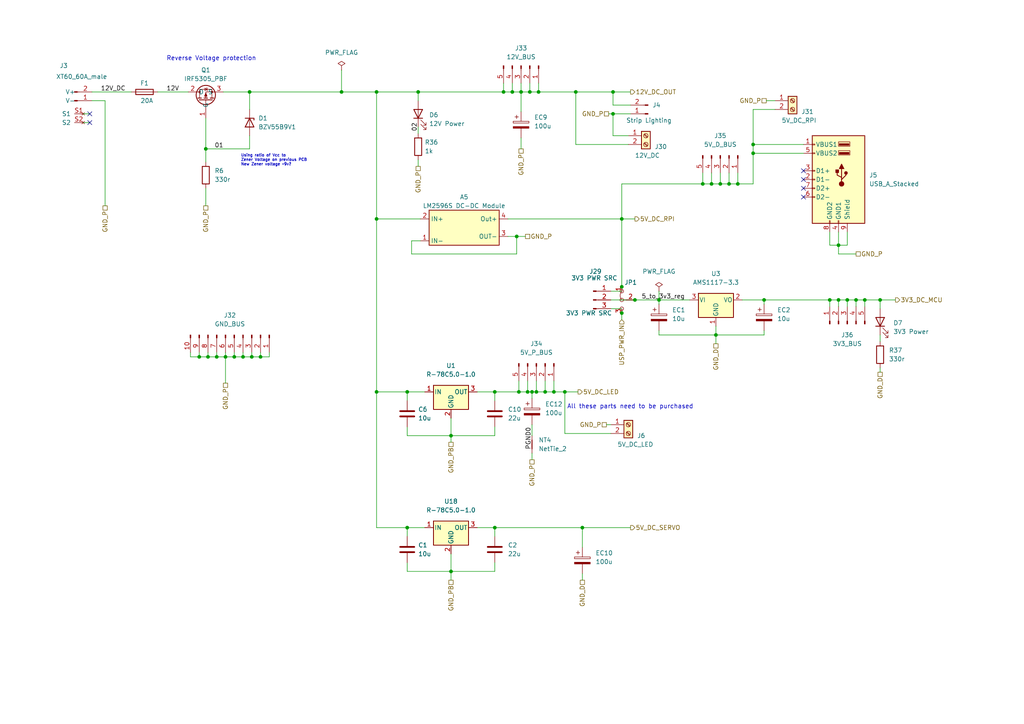
<source format=kicad_sch>
(kicad_sch (version 20230121) (generator eeschema)
  (paper "A4")
  (lib_symbols
    (symbol "000_Capacitor_Electrolytic_Immo:100u" (pin_numbers hide) (pin_names (offset 0.254))
      (property "Reference" "EC" (at 0.635 2.54 0))
      (property "Value" "100u" (at 0.635 -2.54 0))
      (symbol "100u_0_1"
        (rectangle (start -2.286 0.508) (end 2.286 1.016))
        (polyline (pts (xy -1.778 2.286) (xy -0.762 2.286)))
        (polyline (pts (xy -1.27 2.794) (xy -1.27 1.778)))
        (rectangle (start 2.286 -0.508) (end -2.286 -1.016) (fill (type outline)))
      )
      (symbol "100u_1_1"
        (pin passive line (at 0 3.81 270) (length 2.794) (name "~") (number "1"))
        (pin passive line (at 0 -3.81 90) (length 2.794) (name "~") (number "2"))
      )
    )
    (symbol "000_Capacitor_Electrolytic_Immo:22u" (pin_numbers hide) (pin_names (offset 0.254))
      (property "Reference" "EC" (at 0.635 2.54 0))
      (property "Value" "22u" (at 0.635 -2.54 0))
      (symbol "22u_0_1"
        (rectangle (start -2.286 0.508) (end 2.286 1.016))
        (polyline (pts (xy -1.778 2.286) (xy -0.762 2.286)))
        (polyline (pts (xy -1.27 2.794) (xy -1.27 1.778)))
        (rectangle (start 2.286 -0.508) (end -2.286 -1.016) (fill (type outline)))
      )
      (symbol "22u_1_1"
        (pin passive line (at 0 3.81 270) (length 2.794) (name "~") (number "1"))
        (pin passive line (at 0 -3.81 90) (length 2.794) (name "~") (number "2"))
      )
    )
    (symbol "000_Capacitor_Film_Immo:cap_film_0805" (pin_numbers hide) (pin_names (offset 0.254))
      (property "Reference" "C" (at 0.635 2.54 0))
      (property "Value" "cap_film_0805" (at 0.635 -2.54 0))
      (symbol "cap_film_0805_0_1"
        (polyline (pts (xy -2.032 -0.762) (xy 2.032 -0.762)) (stroke (width 0.508)))
        (polyline (pts (xy -2.032 0.762) (xy 2.032 0.762)) (stroke (width 0.508)))
      )
      (symbol "cap_film_0805_1_1"
        (pin passive line (at 0 3.81 270) (length 2.794) (name "~") (number "1"))
        (pin passive line (at 0 -3.81 90) (length 2.794) (name "~") (number "2"))
      )
    )
    (symbol "000_Connectors_Immo:2pin_molex_2.54mm_male" (pin_names (offset 1.016) hide)
      (property "Reference" "J" (at 0 2.54 0))
      (property "Value" "2pin_molex_2.54mm_male" (at 0 -5.08 0))
      (symbol "2pin_molex_2.54mm_male_1_1"
        (polyline (pts (xy 1.27 -2.54) (xy 0.8636 -2.54)) (stroke (width 0.1524)))
        (polyline (pts (xy 1.27 0) (xy 0.8636 0)) (stroke (width 0.1524)))
        (rectangle (start 0.8636 -2.413) (end 0 -2.667) (stroke (width 0.1524)) (fill (type outline)))
        (rectangle (start 0.8636 0.127) (end 0 -0.127) (stroke (width 0.1524)) (fill (type outline)))
        (pin passive line (at 5.08 0 180) (length 3.81) (name "Pin_1") (number "1"))
        (pin passive line (at 5.08 -2.54 180) (length 3.81) (name "Pin_2") (number "2"))
      )
    )
    (symbol "000_Connectors_Immo:Jumper_3_Bridged12" (pin_names (offset 0) hide)
      (property "Reference" "JP" (at -2.54 -2.54 0))
      (property "Value" "Jumper_3_Bridged12" (at 0 2.794 0))
      (symbol "Jumper_3_Bridged12_0_0"
        (circle (center -2.54 0) (radius 0.508))
        (circle (center 0 0) (radius 0.508))
        (circle (center 2.54 0) (radius 0.508))
      )
      (symbol "Jumper_3_Bridged12_0_1"
        (arc (start 0 -0.0807) (mid -1.27 0.4699) (end -2.54 -0.0807))
        (polyline (pts (xy 0 -1.27) (xy 0 -0.508)))
      )
      (symbol "Jumper_3_Bridged12_1_1"
        (pin passive line (at -3.81 0 0) (length 1.27) (name "A") (number "1"))
        (pin input line (at 0 -3.81 90) (length 2.54) (name "C") (number "2"))
        (pin passive line (at 3.81 0 180) (length 1.27) (name "B") (number "3"))
      )
    )
    (symbol "000_Connectors_Immo:XT60_60A_male" (pin_names (offset 1.016))
      (property "Reference" "J?" (at -0.635 6.985 0))
      (property "Value" "XT60_60A_male" (at 10.795 3.81 0))
      (symbol "XT60_60A_male_1_1"
        (rectangle (start 0 -1.778) (end 0.8636 -2.032) (stroke (width 0.1524)) (fill (type outline)))
        (polyline (pts (xy 1.27 -1.905) (xy 0.8636 -1.905)) (stroke (width 0.1524)))
        (polyline (pts (xy 1.27 0.635) (xy 0.8636 0.635)) (stroke (width 0.1524)))
        (rectangle (start 0 0.762) (end 0.8636 0.508) (stroke (width 0.1524)) (fill (type outline)))
        (pin passive line (at 5.08 -1.905 180) (length 3.81) (name "V-") (number "1"))
        (pin passive line (at 5.08 0.635 180) (length 3.81) (name "V+") (number "2"))
        (pin no_connect line (at 2.54 -5.715 180) (length 2.54) (name "S1") (number "S1"))
        (pin no_connect line (at 2.54 -8.255 180) (length 2.54) (name "S2") (number "S2"))
      )
    )
    (symbol "000_MOSFET_Immo:IRF5305_PBF"
      (property "Reference" "Q?" (at 0 10.16 90))
      (property "Value" "IRF5305_PBF" (at 5.08 8.89 90))
      (symbol "IRF5305_PBF_0_1"
        (polyline (pts (xy 0.254 0) (xy -2.54 0)))
        (polyline (pts (xy 0.254 1.905) (xy 0.254 -1.905)) (stroke (width 0.254)))
        (polyline (pts (xy 0.762 -1.27) (xy 0.762 -2.286)) (stroke (width 0.254)))
        (polyline (pts (xy 0.762 0.508) (xy 0.762 -0.508)) (stroke (width 0.254)))
        (polyline (pts (xy 0.762 2.286) (xy 0.762 1.27)) (stroke (width 0.254)))
        (polyline (pts (xy 2.54 2.54) (xy 2.54 1.778)))
        (polyline (pts (xy 2.54 -2.54) (xy 2.54 0) (xy 0.762 0)))
        (polyline (pts (xy 0.762 1.778) (xy 3.302 1.778) (xy 3.302 -1.778) (xy 0.762 -1.778)))
        (polyline (pts (xy 2.286 0) (xy 1.27 0.381) (xy 1.27 -0.381) (xy 2.286 0)) (fill (type outline)))
        (polyline (pts (xy 2.794 -0.508) (xy 2.921 -0.381) (xy 3.683 -0.381) (xy 3.81 -0.254)))
        (polyline (pts (xy 3.302 -0.381) (xy 2.921 0.254) (xy 3.683 0.254) (xy 3.302 -0.381)))
        (circle (center 1.651 0) (radius 2.794) (stroke (width 0.254)))
        (circle (center 2.54 -1.778) (radius 0.254) (fill (type outline)))
        (circle (center 2.54 1.778) (radius 0.254) (fill (type outline)))
      )
      (symbol "IRF5305_PBF_1_1"
        (pin input line (at -5.08 0 0) (length 2.54) (name "G") (number "1"))
        (pin passive line (at 2.54 5.08 270) (length 2.54) (name "D") (number "2"))
        (pin passive line (at 2.54 -5.08 90) (length 2.54) (name "S") (number "3"))
      )
    )
    (symbol "000_Modules_Immo:LM2596S DC-DC Module"
      (property "Reference" "A" (at -10.16 8.89 0))
      (property "Value" "LM2596S DC-DC Module" (at -10.16 6.35 0))
      (symbol "LM2596S DC-DC Module_0_1"
        (rectangle (start -10.16 5.08) (end 10.16 -5.08) (stroke (width 0.254)) (fill (type background)))
      )
      (symbol "LM2596S DC-DC Module_1_1"
        (pin power_in line (at -12.7 -3.81 0) (length 2.54) (name "IN-") (number "1"))
        (pin power_in line (at -12.7 2.54 0) (length 2.54) (name "IN+") (number "2"))
        (pin power_out line (at 12.7 -2.54 180) (length 2.54) (name "OUT-") (number "3"))
        (pin power_out line (at 12.7 2.54 180) (length 2.54) (name "Out+") (number "4"))
      )
    )
    (symbol "000_Pin_Headers_Immo:Conn_01x05_Male" (pin_names (offset 1.016) hide)
      (property "Reference" "J" (at 0 7.62 0))
      (property "Value" "Conn_01x05_Male" (at 0 -7.62 0))
      (symbol "Conn_01x05_Male_1_1"
        (polyline (pts (xy 1.27 -5.08) (xy 0.8636 -5.08)) (stroke (width 0.1524)))
        (polyline (pts (xy 1.27 -2.54) (xy 0.8636 -2.54)) (stroke (width 0.1524)))
        (polyline (pts (xy 1.27 0) (xy 0.8636 0)) (stroke (width 0.1524)))
        (polyline (pts (xy 1.27 2.54) (xy 0.8636 2.54)) (stroke (width 0.1524)))
        (polyline (pts (xy 1.27 5.08) (xy 0.8636 5.08)) (stroke (width 0.1524)))
        (rectangle (start 0.8636 -4.953) (end 0 -5.207) (stroke (width 0.1524)) (fill (type outline)))
        (rectangle (start 0.8636 -2.413) (end 0 -2.667) (stroke (width 0.1524)) (fill (type outline)))
        (rectangle (start 0.8636 0.127) (end 0 -0.127) (stroke (width 0.1524)) (fill (type outline)))
        (rectangle (start 0.8636 2.667) (end 0 2.413) (stroke (width 0.1524)) (fill (type outline)))
        (rectangle (start 0.8636 5.207) (end 0 4.953) (stroke (width 0.1524)) (fill (type outline)))
        (pin passive line (at 5.08 5.08 180) (length 3.81) (name "Pin_1") (number "1"))
        (pin passive line (at 5.08 2.54 180) (length 3.81) (name "Pin_2") (number "2"))
        (pin passive line (at 5.08 0 180) (length 3.81) (name "Pin_3") (number "3"))
        (pin passive line (at 5.08 -2.54 180) (length 3.81) (name "Pin_4") (number "4"))
        (pin passive line (at 5.08 -5.08 180) (length 3.81) (name "Pin_5") (number "5"))
      )
    )
    (symbol "000_Protection_Immo:Fuse" (pin_numbers hide) (pin_names (offset 0))
      (property "Reference" "F" (at 2.032 0 90))
      (property "Value" "Fuse" (at -1.905 0 90))
      (symbol "Fuse_0_1"
        (rectangle (start -0.762 -2.54) (end 0.762 2.54) (stroke (width 0.254)))
        (polyline (pts (xy 0 2.54) (xy 0 -2.54)))
      )
      (symbol "Fuse_1_1"
        (pin passive line (at 0 3.81 270) (length 1.27) (name "~") (number "1"))
        (pin passive line (at 0 -3.81 90) (length 1.27) (name "~") (number "2"))
      )
    )
    (symbol "000_Resistors_Immo:Resistor_0805" (pin_numbers hide) (pin_names (offset 0))
      (property "Reference" "R?" (at -2.54 3.81 0))
      (property "Value" "Resistor_0805" (at -5.08 2.54 0))
      (symbol "Resistor_0805_0_1"
        (rectangle (start 2.54 -1.016) (end -2.54 1.016) (stroke (width 0.254)))
      )
      (symbol "Resistor_0805_1_1"
        (pin passive line (at -3.81 0 0) (length 1.27) (name "~") (number "1"))
        (pin passive line (at 3.81 0 180) (length 1.27) (name "~") (number "2"))
      )
    )
    (symbol "Connector:Conn_01x03_Male" (pin_names (offset 1.016) hide)
      (property "Reference" "J" (at 0 5.08 0))
      (property "Value" "Conn_01x03_Male" (at 2.54 -4.191 0))
      (symbol "Conn_01x03_Male_1_1"
        (polyline (pts (xy 1.27 -2.54) (xy 0.8636 -2.54)) (stroke (width 0.1524)))
        (polyline (pts (xy 1.27 0) (xy 0.8636 0)) (stroke (width 0.1524)))
        (polyline (pts (xy 1.27 2.54) (xy 0.8636 2.54)) (stroke (width 0.1524)))
        (rectangle (start 0.8636 -2.413) (end 0 -2.667) (stroke (width 0.1524)) (fill (type outline)))
        (rectangle (start 0.8636 0.127) (end 0 -0.127) (stroke (width 0.1524)) (fill (type outline)))
        (rectangle (start 0.8636 2.667) (end 0 2.413) (stroke (width 0.1524)) (fill (type outline)))
        (pin passive line (at 5.08 2.54 180) (length 3.81) (name "Pin_1") (number "1"))
        (pin passive line (at 5.08 0 180) (length 3.81) (name "Pin_2") (number "2"))
        (pin passive line (at 5.08 -2.54 180) (length 3.81) (name "Pin_3") (number "3"))
      )
    )
    (symbol "Connector:Conn_01x10_Male" (pin_names (offset 1.016) hide)
      (property "Reference" "J" (at 0 12.7 0))
      (property "Value" "Conn_01x10_Male" (at 0 -15.24 0))
      (symbol "Conn_01x10_Male_1_1"
        (polyline (pts (xy 1.27 -12.7) (xy 0.8636 -12.7)) (stroke (width 0.1524)))
        (polyline (pts (xy 1.27 -10.16) (xy 0.8636 -10.16)) (stroke (width 0.1524)))
        (polyline (pts (xy 1.27 -7.62) (xy 0.8636 -7.62)) (stroke (width 0.1524)))
        (polyline (pts (xy 1.27 -5.08) (xy 0.8636 -5.08)) (stroke (width 0.1524)))
        (polyline (pts (xy 1.27 -2.54) (xy 0.8636 -2.54)) (stroke (width 0.1524)))
        (polyline (pts (xy 1.27 0) (xy 0.8636 0)) (stroke (width 0.1524)))
        (polyline (pts (xy 1.27 2.54) (xy 0.8636 2.54)) (stroke (width 0.1524)))
        (polyline (pts (xy 1.27 5.08) (xy 0.8636 5.08)) (stroke (width 0.1524)))
        (polyline (pts (xy 1.27 7.62) (xy 0.8636 7.62)) (stroke (width 0.1524)))
        (polyline (pts (xy 1.27 10.16) (xy 0.8636 10.16)) (stroke (width 0.1524)))
        (rectangle (start 0.8636 -12.573) (end 0 -12.827) (stroke (width 0.1524)) (fill (type outline)))
        (rectangle (start 0.8636 -10.033) (end 0 -10.287) (stroke (width 0.1524)) (fill (type outline)))
        (rectangle (start 0.8636 -7.493) (end 0 -7.747) (stroke (width 0.1524)) (fill (type outline)))
        (rectangle (start 0.8636 -4.953) (end 0 -5.207) (stroke (width 0.1524)) (fill (type outline)))
        (rectangle (start 0.8636 -2.413) (end 0 -2.667) (stroke (width 0.1524)) (fill (type outline)))
        (rectangle (start 0.8636 0.127) (end 0 -0.127) (stroke (width 0.1524)) (fill (type outline)))
        (rectangle (start 0.8636 2.667) (end 0 2.413) (stroke (width 0.1524)) (fill (type outline)))
        (rectangle (start 0.8636 5.207) (end 0 4.953) (stroke (width 0.1524)) (fill (type outline)))
        (rectangle (start 0.8636 7.747) (end 0 7.493) (stroke (width 0.1524)) (fill (type outline)))
        (rectangle (start 0.8636 10.287) (end 0 10.033) (stroke (width 0.1524)) (fill (type outline)))
        (pin passive line (at 5.08 10.16 180) (length 3.81) (name "Pin_1") (number "1"))
        (pin passive line (at 5.08 -12.7 180) (length 3.81) (name "Pin_10") (number "10"))
        (pin passive line (at 5.08 7.62 180) (length 3.81) (name "Pin_2") (number "2"))
        (pin passive line (at 5.08 5.08 180) (length 3.81) (name "Pin_3") (number "3"))
        (pin passive line (at 5.08 2.54 180) (length 3.81) (name "Pin_4") (number "4"))
        (pin passive line (at 5.08 0 180) (length 3.81) (name "Pin_5") (number "5"))
        (pin passive line (at 5.08 -2.54 180) (length 3.81) (name "Pin_6") (number "6"))
        (pin passive line (at 5.08 -5.08 180) (length 3.81) (name "Pin_7") (number "7"))
        (pin passive line (at 5.08 -7.62 180) (length 3.81) (name "Pin_8") (number "8"))
        (pin passive line (at 5.08 -10.16 180) (length 3.81) (name "Pin_9") (number "9"))
      )
    )
    (symbol "Connector:Screw_Terminal_01x02" (pin_names (offset 1.016) hide)
      (property "Reference" "J" (at 0 2.54 0))
      (property "Value" "Screw_Terminal_01x02" (at 0 -5.08 0))
      (symbol "Screw_Terminal_01x02_1_1"
        (rectangle (start -1.27 1.27) (end 1.27 -3.81) (stroke (width 0.254)) (fill (type background)))
        (circle (center 0 -2.54) (radius 0.635) (stroke (width 0.1524)))
        (polyline (pts (xy -0.5334 -2.2098) (xy 0.3302 -3.048)) (stroke (width 0.1524)))
        (polyline (pts (xy -0.5334 0.3302) (xy 0.3302 -0.508)) (stroke (width 0.1524)))
        (polyline (pts (xy -0.3556 -2.032) (xy 0.508 -2.8702)) (stroke (width 0.1524)))
        (polyline (pts (xy -0.3556 0.508) (xy 0.508 -0.3302)) (stroke (width 0.1524)))
        (circle (center 0 0) (radius 0.635) (stroke (width 0.1524)))
        (pin passive line (at -5.08 0 0) (length 3.81) (name "Pin_1") (number "1"))
        (pin passive line (at -5.08 -2.54 0) (length 3.81) (name "Pin_2") (number "2"))
      )
    )
    (symbol "Connector:USB_A_Stacked" (pin_names (offset 1.016))
      (property "Reference" "J" (at 0 15.875 0))
      (property "Value" "USB_A_Stacked" (at 0 13.97 0))
      (symbol "USB_A_Stacked_0_1"
        (rectangle (start -7.62 12.7) (end 7.62 -12.7) (stroke (width 0.254)) (fill (type background)))
        (circle (center -2.159 1.905) (radius 0.381) (stroke (width 0.254)) (fill (type outline)))
        (circle (center -0.889 -1.27) (radius 0.635) (stroke (width 0.254)) (fill (type outline)))
        (rectangle (start -0.254 7.366) (end -3.048 7.874) (fill (type outline)))
        (rectangle (start -0.254 9.906) (end -3.048 10.414) (fill (type outline)))
        (rectangle (start -0.127 -12.7) (end 0.127 -11.938))
        (polyline (pts (xy -1.524 3.175) (xy -0.254 3.175) (xy -0.889 4.445) (xy -1.524 3.175)) (stroke (width 0.254)) (fill (type outline)))
        (polyline (pts (xy -0.889 -0.635) (xy -0.889 0) (xy -2.159 1.27) (xy -2.159 1.905)) (stroke (width 0.254)))
        (polyline (pts (xy -0.889 0) (xy -0.889 0.635) (xy 0.381 1.27) (xy 0.381 2.54)) (stroke (width 0.254)))
        (rectangle (start 0 2.794) (end 0.762 2.032) (stroke (width 0.254)) (fill (type outline)))
        (rectangle (start 0 7.112) (end -3.302 8.382))
        (rectangle (start 0 9.652) (end -3.302 10.922))
        (rectangle (start 2.413 -12.7) (end 2.667 -11.938))
        (rectangle (start 7.62 -5.207) (end 6.858 -4.953))
        (rectangle (start 7.62 -2.667) (end 6.858 -2.413))
        (rectangle (start 7.62 -0.127) (end 6.858 0.127))
        (rectangle (start 7.62 2.413) (end 6.858 2.667))
        (rectangle (start 7.62 7.493) (end 6.858 7.747))
        (rectangle (start 7.62 10.033) (end 6.858 10.287))
      )
      (symbol "USB_A_Stacked_1_1"
        (polyline (pts (xy -0.889 0.635) (xy -0.889 3.175)) (stroke (width 0.254)))
        (pin power_in line (at 10.16 10.16 180) (length 2.54) (name "VBUS1") (number "1"))
        (pin bidirectional line (at 10.16 0 180) (length 2.54) (name "D1-") (number "2"))
        (pin bidirectional line (at 10.16 2.54 180) (length 2.54) (name "D1+") (number "3"))
        (pin power_in line (at 0 -15.24 90) (length 2.54) (name "GND1") (number "4"))
        (pin power_in line (at 10.16 7.62 180) (length 2.54) (name "VBUS2") (number "5"))
        (pin bidirectional line (at 10.16 -5.08 180) (length 2.54) (name "D2-") (number "6"))
        (pin bidirectional line (at 10.16 -2.54 180) (length 2.54) (name "D2+") (number "7"))
        (pin power_in line (at 2.54 -15.24 90) (length 2.54) (name "GND2") (number "8"))
        (pin passive line (at -2.54 -15.24 90) (length 2.54) (name "Shield") (number "9"))
      )
    )
    (symbol "Device:LED" (pin_numbers hide) (pin_names (offset 1.016) hide)
      (property "Reference" "D" (at 0 2.54 0))
      (property "Value" "LED" (at 0 -2.54 0))
      (symbol "LED_0_1"
        (polyline (pts (xy -1.27 -1.27) (xy -1.27 1.27)) (stroke (width 0.254)))
        (polyline (pts (xy -1.27 0) (xy 1.27 0)))
        (polyline (pts (xy 1.27 -1.27) (xy 1.27 1.27) (xy -1.27 0) (xy 1.27 -1.27)) (stroke (width 0.254)))
        (polyline (pts (xy -3.048 -0.762) (xy -4.572 -2.286) (xy -3.81 -2.286) (xy -4.572 -2.286) (xy -4.572 -1.524)))
        (polyline (pts (xy -1.778 -0.762) (xy -3.302 -2.286) (xy -2.54 -2.286) (xy -3.302 -2.286) (xy -3.302 -1.524)))
      )
      (symbol "LED_1_1"
        (pin passive line (at -3.81 0 0) (length 2.54) (name "K") (number "1"))
        (pin passive line (at 3.81 0 180) (length 2.54) (name "A") (number "2"))
      )
    )
    (symbol "Device:NetTie_2" (pin_numbers hide) (pin_names (offset 0) hide)
      (property "Reference" "NT" (at 0 1.27 0))
      (property "Value" "NetTie_2" (at 0 -1.27 0))
      (symbol "NetTie_2_0_1"
        (polyline (pts (xy -1.27 0) (xy 1.27 0)) (stroke (width 0.254)))
      )
      (symbol "NetTie_2_1_1"
        (pin passive line (at -2.54 0 0) (length 2.54) (name "1") (number "1"))
        (pin passive line (at 2.54 0 180) (length 2.54) (name "2") (number "2"))
      )
    )
    (symbol "Diode:BZV55B9V1" (pin_numbers hide) (pin_names (offset 1.016) hide)
      (property "Reference" "D" (at 0 2.54 0))
      (property "Value" "BZV55B9V1" (at 0 -2.54 0))
      (symbol "BZV55B9V1_0_1"
        (polyline (pts (xy 1.27 0) (xy -1.27 0)))
        (polyline (pts (xy -1.27 -1.27) (xy -1.27 1.27) (xy -0.762 1.27)) (stroke (width 0.254)))
        (polyline (pts (xy 1.27 -1.27) (xy 1.27 1.27) (xy -1.27 0) (xy 1.27 -1.27)) (stroke (width 0.254)))
      )
      (symbol "BZV55B9V1_1_1"
        (pin passive line (at -3.81 0 0) (length 2.54) (name "K") (number "1"))
        (pin passive line (at 3.81 0 180) (length 2.54) (name "A") (number "2"))
      )
    )
    (symbol "Regulator_Linear:AMS1117-3.3" (pin_names (offset 0.254))
      (property "Reference" "U" (at -3.81 3.175 0))
      (property "Value" "AMS1117-3.3" (at 0 3.175 0))
      (symbol "AMS1117-3.3_0_1"
        (rectangle (start -5.08 -5.08) (end 5.08 1.905) (stroke (width 0.254)) (fill (type background)))
      )
      (symbol "AMS1117-3.3_1_1"
        (pin power_in line (at 0 -7.62 90) (length 2.54) (name "GND") (number "1"))
        (pin power_out line (at 7.62 0 180) (length 2.54) (name "VO") (number "2"))
        (pin power_in line (at -7.62 0 0) (length 2.54) (name "VI") (number "3"))
      )
    )
    (symbol "Regulator_Switching:R-78C5.0-1.0" (pin_names (offset 0.254))
      (property "Reference" "U" (at -3.81 3.175 0))
      (property "Value" "R-78C5.0-1.0" (at 0 3.175 0))
      (symbol "R-78C5.0-1.0_0_1"
        (rectangle (start -5.08 1.905) (end 5.08 -5.08) (stroke (width 0.254)) (fill (type background)))
      )
      (symbol "R-78C5.0-1.0_1_1"
        (pin power_in line (at -7.62 0 0) (length 2.54) (name "IN") (number "1"))
        (pin power_in line (at 0 -7.62 90) (length 2.54) (name "GND") (number "2"))
        (pin power_out line (at 7.62 0 180) (length 2.54) (name "OUT") (number "3"))
      )
    )
    (symbol "power:PWR_FLAG" (power) (pin_numbers hide) (pin_names (offset 0) hide)
      (property "Value" "PWR_FLAG" (at 0 3.81 0))
      (symbol "PWR_FLAG_0_0"
        (pin power_out line (at 0 0 90) (length 0) (name "pwr") (number "1"))
      )
      (symbol "PWR_FLAG_0_1"
        (polyline (pts (xy 0 0) (xy 0 1.27) (xy -1.016 1.905) (xy 0 2.54) (xy 1.016 1.905) (xy 0 1.27)))
      )
    )
  )
  (junction (at 70.485 103.505))
  (junction (at 203.835 53.34))
  (junction (at 248.285 86.995))
  (junction (at 206.375 53.34))
  (junction (at 184.15 86.995))
  (junction (at 208.915 53.34))
  (junction (at 240.665 86.995))
  (junction (at 99.06 26.67))
  (junction (at 211.455 53.34))
  (junction (at 109.22 26.67))
  (junction (at 156.21 26.67))
  (junction (at 218.44 41.91))
  (junction (at 109.22 113.665))
  (junction (at 154.305 113.665))
  (junction (at 143.51 113.665))
  (junction (at 153.035 113.665))
  (junction (at 177.8 26.67))
  (junction (at 250.825 86.995))
  (junction (at 158.115 113.665))
  (junction (at 109.22 63.5))
  (junction (at 130.81 165.735))
  (junction (at 121.285 26.67))
  (junction (at 73.025 103.505))
  (junction (at 243.205 71.12))
  (junction (at 151.13 26.67))
  (junction (at 72.39 26.67))
  (junction (at 60.325 103.505))
  (junction (at 191.135 86.995))
  (junction (at 180.34 63.5))
  (junction (at 243.205 86.995))
  (junction (at 67.945 103.505))
  (junction (at 153.67 26.67))
  (junction (at 149.86 68.58))
  (junction (at 255.27 86.995))
  (junction (at 167.005 26.67))
  (junction (at 57.785 103.505))
  (junction (at 150.495 113.665))
  (junction (at 155.575 113.665))
  (junction (at 163.83 113.665))
  (junction (at 59.69 43.18))
  (junction (at 160.655 113.665))
  (junction (at 130.81 126.365))
  (junction (at 146.05 26.67))
  (junction (at 65.405 103.505))
  (junction (at 168.91 153.035))
  (junction (at 75.565 103.505))
  (junction (at 207.645 97.155))
  (junction (at 213.995 53.34))
  (junction (at 148.59 26.67))
  (junction (at 177.8 33.02))
  (junction (at 245.745 86.995))
  (junction (at 218.44 44.45))
  (junction (at 62.865 103.505))
  (junction (at 118.11 153.035))
  (junction (at 221.615 86.995))
  (junction (at 143.51 153.035))
  (junction (at 180.34 90.805))
  (junction (at 118.11 113.665))
  (junction (at 180.34 83.185))
  (no_connect (at 233.045 49.53))
  (no_connect (at 233.045 52.07))
  (no_connect (at 233.045 54.61))
  (no_connect (at 233.045 57.15))
  (no_connect (at 26.035 33.02))
  (no_connect (at 26.035 35.56))
  (wire (pts (xy 221.615 86.995) (xy 221.615 88.265)))
  (wire (pts (xy 143.51 113.665) (xy 150.495 113.665)))
  (wire (pts (xy 118.11 113.665) (xy 118.11 116.205)))
  (wire (pts (xy 255.27 86.995) (xy 259.715 86.995)))
  (wire (pts (xy 153.67 26.67) (xy 156.21 26.67)))
  (wire (pts (xy 177.8 33.02) (xy 182.88 33.02)))
  (wire (pts (xy 121.92 69.85) (xy 119.38 69.85)))
  (wire (pts (xy 191.135 88.265) (xy 191.135 86.995)))
  (wire (pts (xy 167.005 26.67) (xy 177.8 26.67)))
  (wire (pts (xy 154.305 115.57) (xy 154.305 113.665)))
  (wire (pts (xy 156.21 24.13) (xy 156.21 26.67)))
  (wire (pts (xy 118.11 163.195) (xy 118.11 165.735)))
  (wire (pts (xy 55.245 103.505) (xy 55.245 102.235)))
  (wire (pts (xy 215.265 86.995) (xy 221.615 86.995)))
  (wire (pts (xy 75.565 103.505) (xy 73.025 103.505)))
  (wire (pts (xy 243.205 67.31) (xy 243.205 71.12)))
  (wire (pts (xy 180.34 53.34) (xy 180.34 63.5)))
  (wire (pts (xy 180.34 90.805) (xy 180.34 92.71)))
  (wire (pts (xy 148.59 24.13) (xy 148.59 26.67)))
  (wire (pts (xy 151.13 26.67) (xy 153.67 26.67)))
  (wire (pts (xy 118.11 153.035) (xy 123.19 153.035)))
  (wire (pts (xy 30.48 29.21) (xy 30.48 59.69)))
  (wire (pts (xy 130.81 168.275) (xy 130.81 165.735)))
  (wire (pts (xy 155.575 110.49) (xy 155.575 113.665)))
  (wire (pts (xy 207.645 94.615) (xy 207.645 97.155)))
  (wire (pts (xy 146.05 24.13) (xy 146.05 26.67)))
  (wire (pts (xy 218.44 44.45) (xy 233.045 44.45)))
  (wire (pts (xy 177.165 86.995) (xy 184.15 86.995)))
  (wire (pts (xy 109.22 63.5) (xy 109.22 113.665)))
  (wire (pts (xy 240.665 71.12) (xy 240.665 67.31)))
  (wire (pts (xy 243.205 73.66) (xy 248.285 73.66)))
  (wire (pts (xy 59.69 54.61) (xy 59.69 59.69)))
  (wire (pts (xy 143.51 163.195) (xy 143.51 165.735)))
  (wire (pts (xy 70.485 103.505) (xy 67.945 103.505)))
  (wire (pts (xy 191.135 86.995) (xy 200.025 86.995)))
  (wire (pts (xy 177.165 84.455) (xy 180.34 84.455)))
  (wire (pts (xy 184.15 86.995) (xy 191.135 86.995)))
  (wire (pts (xy 57.785 103.505) (xy 55.245 103.505)))
  (wire (pts (xy 206.375 53.34) (xy 208.915 53.34)))
  (wire (pts (xy 130.81 165.735) (xy 143.51 165.735)))
  (wire (pts (xy 147.32 68.58) (xy 149.86 68.58)))
  (wire (pts (xy 75.565 102.235) (xy 75.565 103.505)))
  (wire (pts (xy 73.025 103.505) (xy 70.485 103.505)))
  (wire (pts (xy 150.495 113.665) (xy 153.035 113.665)))
  (wire (pts (xy 26.67 29.21) (xy 30.48 29.21)))
  (wire (pts (xy 245.745 86.995) (xy 248.285 86.995)))
  (wire (pts (xy 243.205 73.66) (xy 243.205 71.12)))
  (wire (pts (xy 155.575 113.665) (xy 158.115 113.665)))
  (wire (pts (xy 218.44 41.91) (xy 233.045 41.91)))
  (wire (pts (xy 250.825 86.995) (xy 250.825 88.9)))
  (wire (pts (xy 177.165 89.535) (xy 180.34 89.535)))
  (wire (pts (xy 72.39 26.67) (xy 72.39 31.75)))
  (wire (pts (xy 143.51 113.665) (xy 143.51 116.205)))
  (wire (pts (xy 121.285 36.83) (xy 121.285 38.735)))
  (wire (pts (xy 118.11 165.735) (xy 130.81 165.735)))
  (wire (pts (xy 57.785 102.235) (xy 57.785 103.505)))
  (wire (pts (xy 62.865 103.505) (xy 60.325 103.505)))
  (wire (pts (xy 62.865 102.235) (xy 62.865 103.505)))
  (wire (pts (xy 177.8 26.67) (xy 182.88 26.67)))
  (wire (pts (xy 109.22 26.67) (xy 121.285 26.67)))
  (wire (pts (xy 167.005 41.91) (xy 182.245 41.91)))
  (wire (pts (xy 143.51 153.035) (xy 168.91 153.035)))
  (wire (pts (xy 163.83 125.73) (xy 163.83 113.665)))
  (wire (pts (xy 72.39 39.37) (xy 72.39 43.18)))
  (wire (pts (xy 240.665 71.12) (xy 243.205 71.12)))
  (wire (pts (xy 255.27 86.995) (xy 255.27 89.535)))
  (wire (pts (xy 218.44 44.45) (xy 218.44 53.34)))
  (wire (pts (xy 208.915 50.165) (xy 208.915 53.34)))
  (wire (pts (xy 72.39 26.67) (xy 99.06 26.67)))
  (wire (pts (xy 60.325 103.505) (xy 57.785 103.505)))
  (wire (pts (xy 180.34 89.535) (xy 180.34 90.805)))
  (wire (pts (xy 121.285 26.67) (xy 146.05 26.67)))
  (wire (pts (xy 168.91 153.035) (xy 168.91 158.75)))
  (wire (pts (xy 148.59 26.67) (xy 151.13 26.67)))
  (wire (pts (xy 130.81 165.735) (xy 130.81 160.655)))
  (wire (pts (xy 221.615 86.995) (xy 240.665 86.995)))
  (wire (pts (xy 149.86 73.66) (xy 149.86 68.58)))
  (wire (pts (xy 154.305 113.665) (xy 155.575 113.665)))
  (wire (pts (xy 180.34 63.5) (xy 184.15 63.5)))
  (wire (pts (xy 118.11 113.665) (xy 123.19 113.665)))
  (wire (pts (xy 182.245 39.37) (xy 177.8 39.37)))
  (wire (pts (xy 218.44 31.75) (xy 218.44 41.91)))
  (wire (pts (xy 99.06 26.67) (xy 109.22 26.67)))
  (wire (pts (xy 160.655 113.665) (xy 163.83 113.665)))
  (wire (pts (xy 245.745 67.31) (xy 245.745 71.12)))
  (wire (pts (xy 207.645 97.155) (xy 207.645 99.695)))
  (wire (pts (xy 248.285 86.995) (xy 248.285 88.9)))
  (wire (pts (xy 243.205 86.995) (xy 243.205 88.9)))
  (wire (pts (xy 150.495 110.49) (xy 150.495 113.665)))
  (wire (pts (xy 118.11 126.365) (xy 130.81 126.365)))
  (wire (pts (xy 138.43 153.035) (xy 143.51 153.035)))
  (wire (pts (xy 180.34 53.34) (xy 203.835 53.34)))
  (wire (pts (xy 153.035 113.665) (xy 154.305 113.665)))
  (wire (pts (xy 158.115 110.49) (xy 158.115 113.665)))
  (wire (pts (xy 147.32 63.5) (xy 180.34 63.5)))
  (wire (pts (xy 211.455 50.165) (xy 211.455 53.34)))
  (wire (pts (xy 99.06 20.32) (xy 99.06 26.67)))
  (wire (pts (xy 151.13 24.13) (xy 151.13 26.67)))
  (wire (pts (xy 191.135 84.455) (xy 191.135 86.995)))
  (wire (pts (xy 243.205 71.12) (xy 245.745 71.12)))
  (wire (pts (xy 163.83 113.665) (xy 167.64 113.665)))
  (wire (pts (xy 78.105 102.235) (xy 78.105 103.505)))
  (wire (pts (xy 65.405 102.235) (xy 65.405 103.505)))
  (wire (pts (xy 73.025 102.235) (xy 73.025 103.505)))
  (wire (pts (xy 222.25 29.21) (xy 224.79 29.21)))
  (wire (pts (xy 26.67 26.67) (xy 38.1 26.67)))
  (wire (pts (xy 78.105 103.505) (xy 75.565 103.505)))
  (wire (pts (xy 167.005 26.67) (xy 167.005 41.91)))
  (wire (pts (xy 160.655 110.49) (xy 160.655 113.665)))
  (wire (pts (xy 154.305 131.445) (xy 154.305 133.35)))
  (wire (pts (xy 118.11 123.825) (xy 118.11 126.365)))
  (wire (pts (xy 203.835 53.34) (xy 206.375 53.34)))
  (wire (pts (xy 59.69 43.18) (xy 59.69 46.99)))
  (wire (pts (xy 168.91 153.035) (xy 182.88 153.035)))
  (wire (pts (xy 218.44 31.75) (xy 224.79 31.75)))
  (wire (pts (xy 65.405 103.505) (xy 62.865 103.505)))
  (wire (pts (xy 203.835 50.165) (xy 203.835 53.34)))
  (wire (pts (xy 213.995 53.34) (xy 218.44 53.34)))
  (wire (pts (xy 154.305 123.19) (xy 154.305 126.365)))
  (wire (pts (xy 255.27 106.68) (xy 255.27 107.95)))
  (wire (pts (xy 143.51 153.035) (xy 143.51 155.575)))
  (wire (pts (xy 121.285 46.355) (xy 121.285 48.26)))
  (wire (pts (xy 206.375 50.165) (xy 206.375 53.34)))
  (wire (pts (xy 240.665 88.9) (xy 240.665 86.995)))
  (wire (pts (xy 149.86 68.58) (xy 152.4 68.58)))
  (wire (pts (xy 60.325 102.235) (xy 60.325 103.505)))
  (wire (pts (xy 59.69 34.29) (xy 59.69 43.18)))
  (wire (pts (xy 143.51 123.825) (xy 143.51 126.365)))
  (wire (pts (xy 191.135 97.155) (xy 207.645 97.155)))
  (wire (pts (xy 70.485 102.235) (xy 70.485 103.505)))
  (wire (pts (xy 250.825 86.995) (xy 255.27 86.995)))
  (wire (pts (xy 213.995 50.165) (xy 213.995 53.34)))
  (wire (pts (xy 65.405 103.505) (xy 67.945 103.505)))
  (wire (pts (xy 221.615 97.155) (xy 207.645 97.155)))
  (wire (pts (xy 121.285 26.67) (xy 121.285 29.21)))
  (wire (pts (xy 109.22 113.665) (xy 118.11 113.665)))
  (wire (pts (xy 168.91 166.37) (xy 168.91 168.275)))
  (wire (pts (xy 177.8 39.37) (xy 177.8 33.02)))
  (wire (pts (xy 24.13 35.56) (xy 26.035 35.56)))
  (wire (pts (xy 163.83 125.73) (xy 177.165 125.73)))
  (wire (pts (xy 182.88 30.48) (xy 177.8 30.48)))
  (wire (pts (xy 109.22 153.035) (xy 118.11 153.035)))
  (wire (pts (xy 153.035 110.49) (xy 153.035 113.665)))
  (wire (pts (xy 130.81 126.365) (xy 130.81 128.27)))
  (wire (pts (xy 221.615 95.885) (xy 221.615 97.155)))
  (wire (pts (xy 218.44 41.91) (xy 218.44 44.45)))
  (wire (pts (xy 156.21 26.67) (xy 167.005 26.67)))
  (wire (pts (xy 119.38 73.66) (xy 149.86 73.66)))
  (wire (pts (xy 109.22 63.5) (xy 121.92 63.5)))
  (wire (pts (xy 153.67 24.13) (xy 153.67 26.67)))
  (wire (pts (xy 138.43 113.665) (xy 143.51 113.665)))
  (wire (pts (xy 175.895 123.19) (xy 177.165 123.19)))
  (wire (pts (xy 180.34 83.185) (xy 180.34 63.5)))
  (wire (pts (xy 240.665 86.995) (xy 243.205 86.995)))
  (wire (pts (xy 72.39 43.18) (xy 59.69 43.18)))
  (wire (pts (xy 176.53 33.02) (xy 177.8 33.02)))
  (wire (pts (xy 67.945 102.235) (xy 67.945 103.505)))
  (wire (pts (xy 65.405 103.505) (xy 65.405 111.125)))
  (wire (pts (xy 118.11 153.035) (xy 118.11 155.575)))
  (wire (pts (xy 211.455 53.34) (xy 213.995 53.34)))
  (wire (pts (xy 146.05 26.67) (xy 148.59 26.67)))
  (wire (pts (xy 180.34 84.455) (xy 180.34 83.185)))
  (wire (pts (xy 255.27 97.155) (xy 255.27 99.06)))
  (wire (pts (xy 158.115 113.665) (xy 160.655 113.665)))
  (wire (pts (xy 245.745 86.995) (xy 245.745 88.9)))
  (wire (pts (xy 119.38 69.85) (xy 119.38 73.66)))
  (wire (pts (xy 151.13 26.67) (xy 151.13 32.385)))
  (wire (pts (xy 64.77 26.67) (xy 72.39 26.67)))
  (wire (pts (xy 208.915 53.34) (xy 211.455 53.34)))
  (wire (pts (xy 248.285 86.995) (xy 250.825 86.995)))
  (wire (pts (xy 45.72 26.67) (xy 54.61 26.67)))
  (wire (pts (xy 109.22 26.67) (xy 109.22 63.5)))
  (wire (pts (xy 143.51 126.365) (xy 130.81 126.365)))
  (wire (pts (xy 243.205 86.995) (xy 245.745 86.995)))
  (wire (pts (xy 151.13 40.005) (xy 151.13 43.18)))
  (wire (pts (xy 109.22 113.665) (xy 109.22 153.035)))
  (wire (pts (xy 130.81 126.365) (xy 130.81 121.285)))
  (wire (pts (xy 177.8 30.48) (xy 177.8 26.67)))
  (wire (pts (xy 191.135 95.885) (xy 191.135 97.155)))
  (wire (pts (xy 24.13 33.02) (xy 26.035 33.02)))
  (text "Reverse Voltage protection" (at 48.26 17.78 0) (effects (font (size 1.27 1.27)) (justify left bottom)))
  (text "Using ratio of Vcc to \nZener Voltage on previous PCB\nNew Zener voltage ~9v?" (at 69.85 48.26 0) (effects (font (size 0.8 0.8)) (justify left bottom)))
  (text "All these parts need to be purchased" (at 164.465 118.745 0) (effects (font (size 1.27 1.27)) (justify left bottom)))
  (label "PGND0" (at 154.305 123.825 270))
  (label "01" (at 62.23 43.18 0))
  (label "12V" (at 48.26 26.67 0))
  (label "02" (at 121.285 38.1 90))
  (label "5_to_3v3_reg" (at 186.055 86.995 0))
  (label "12V_DC" (at 29.21 26.67 0))
  (hierarchical_label "GND_D" (shape passive) (at 255.27 107.95 270))
  (hierarchical_label "GND_P" (shape passive) (at 30.48 59.69 270))
  (hierarchical_label "3V3_DC_MCU" (shape output) (at 259.715 86.995 0))
  (hierarchical_label "GND_P" (shape passive) (at 59.69 59.69 270))
  (hierarchical_label "GND_P" (shape passive) (at 151.13 43.18 270))
  (hierarchical_label "5V_DC_SERVO" (shape output) (at 182.88 153.035 0))
  (hierarchical_label "5V_DC_RPI" (shape output) (at 184.15 63.5 0))
  (hierarchical_label "GND_P" (shape passive) (at 248.285 73.66 0))
  (hierarchical_label "GND_PB" (shape passive) (at 130.81 168.275 270))
  (hierarchical_label "GND_D" (shape passive) (at 168.91 168.275 270))
  (hierarchical_label "GND_P" (shape passive) (at 65.405 111.125 270))
  (hierarchical_label "GND_P" (shape passive) (at 154.305 133.35 270))
  (hierarchical_label "GND_P" (shape passive) (at 222.25 29.21 180))
  (hierarchical_label "GND_P" (shape passive) (at 152.4 68.58 0))
  (hierarchical_label "12V_DC_OUT" (shape output) (at 182.88 26.67 0))
  (hierarchical_label "GND_D" (shape passive) (at 207.645 99.695 270))
  (hierarchical_label "GND_P" (shape passive) (at 176.53 33.02 180))
  (hierarchical_label "GND_P" (shape passive) (at 121.285 48.26 270))
  (hierarchical_label "USP_PWR_IN" (shape input) (at 180.34 92.71 270))
  (hierarchical_label "GND_P" (shape passive) (at 175.895 123.19 180))
  (hierarchical_label "5V_DC_LED" (shape output) (at 167.64 113.665 0))
  (hierarchical_label "GND_PB" (shape passive) (at 130.81 128.27 270))
  (symbol (lib_id "000_Pin_Headers_Immo:Conn_01x05_Male") (at 151.13 19.05 270) (unit 1)
    (property "Reference" "J33" (at 151.13 13.97 90))
    (property "Value" "12V_BUS" (at 151.13 16.51 90))
    (property "Footprint" "Connector_PinHeader_2.54mm:PinHeader_1x05_P2.54mm_Vertical" (effects hide))
  )
  (symbol (lib_id "Connector:Conn_01x03_Male") (at 172.085 86.995 0) (unit 1)
    (property "Reference" "J29" (at 172.72 78.74 0))
    (property "Value" "3V3 PWR SRC" (at 170.815 90.805 0))
    (property "Footprint" "Connector_PinHeader_2.54mm:PinHeader_1x03_P2.54mm_Vertical" (effects hide))
  )
  (symbol (lib_id "power:PWR_FLAG") (at 191.135 84.455 0) (unit 1)
    (property "Reference" "#FLG0101" (effects hide))
    (property "Value" "PWR_FLAG" (at 191.135 78.74 0))
  )
  (symbol (lib_id "Connector:Conn_01x10_Male") (at 67.945 97.155 270) (unit 1)
    (property "Reference" "J32" (at 66.675 91.44 90))
    (property "Value" "GND_BUS" (at 66.675 93.98 90))
    (property "Footprint" "Connector_PinHeader_1.27mm:PinHeader_1x10_P1.27mm_Vertical" (effects hide))
  )
  (symbol (lib_id "000_Resistors_Immo:Resistor_0805") (at 121.285 42.545 90) (unit 1)
    (property "Reference" "R36" (at 123.19 41.2749 90) (effects (justify right)))
    (property "Value" "1k" (at 123.19 43.8149 90) (effects (justify right)))
    (property "Footprint" "Resistor_SMD:R_0805_2012Metric_Pad1.20x1.40mm_HandSolder" (effects hide))
  )
  (symbol (lib_id "Device:LED") (at 121.285 33.02 90) (unit 1)
    (property "Reference" "D6" (at 124.46 33.3374 90) (effects (justify right)))
    (property "Value" "12V Power" (at 124.46 35.8774 90) (effects (justify right)))
    (property "Footprint" "Diode_SMD:D_0805_2012Metric_Pad1.15x1.40mm_HandSolder" (effects hide))
  )
  (symbol (lib_id "000_Capacitor_Electrolytic_Immo:22u") (at 221.615 92.075 0) (unit 1)
    (property "Reference" "EC2" (at 225.425 89.9159 0) (effects (justify left)))
    (property "Value" "10u" (at 225.425 92.4559 0) (effects (justify left)))
    (property "Footprint" "Capacitor_SMD:CP_Elec_4x5.4" (effects hide))
  )
  (symbol (lib_id "000_MOSFET_Immo:IRF5305_PBF") (at 59.69 29.21 90) (unit 1)
    (property "Reference" "Q1" (at 59.69 20.32 90))
    (property "Value" "IRF5305_PBF" (at 59.69 22.86 90))
    (property "Footprint" "Package_TO_SOT_THT:TO-220-3_Vertical" (effects hide))
    (property "Datasheet" "http://www.infineon.com/dgdl/irf4905.pdf?fileId=5546d462533600a4015355e32165197c" (effects hide))
  )
  (symbol (lib_id "000_Connectors_Immo:XT60_60A_male") (at 21.59 27.305 0) (unit 1)
    (property "Reference" "J3" (at 19.685 19.05 0) (effects (justify right)))
    (property "Value" "XT60_60A_male" (at 31.115 22.225 0) (effects (justify right)))
    (property "Footprint" "Connector_AMASS:AMASS_XT60PW-M" (effects hide))
  )
  (symbol (lib_id "Connector:Screw_Terminal_01x02") (at 182.245 123.19 0) (unit 1)
    (property "Reference" "J6" (at 184.785 126.365 0) (effects (justify left)))
    (property "Value" "5V_DC_LED" (at 179.07 128.905 0) (effects (justify left)))
    (property "Footprint" "TerminalBlock:TerminalBlock_Altech_AK300-2_P5.00mm" (effects hide))
  )
  (symbol (lib_id "Diode:BZV55B9V1") (at 72.39 35.56 270) (unit 1)
    (property "Reference" "D1" (at 74.93 34.2899 90) (effects (justify left)))
    (property "Value" "BZV55B9V1" (at 74.93 36.8299 90) (effects (justify left)))
    (property "Footprint" "Diode_SMD:D_MiniMELF" (effects hide))
    (property "Datasheet" "https://assets.nexperia.com/documents/data-sheet/BZV55_SER.pdf" (effects hide))
  )
  (symbol (lib_id "Device:NetTie_2") (at 154.305 128.905 270) (mirror x) (unit 1)
    (property "Reference" "NT4" (at 156.21 127.6349 90) (effects (justify left)))
    (property "Value" "NetTie_2" (at 156.21 130.1749 90) (effects (justify left)))
    (property "Footprint" "NetTie:NetTie-2_SMD_Pad2.0mm" (effects hide))
  )
  (symbol (lib_id "000_Capacitor_Film_Immo:cap_film_0805") (at 118.11 120.015 0) (unit 1)
    (property "Reference" "C6" (at 121.285 118.7449 0) (effects (justify left)))
    (property "Value" "10u" (at 121.285 121.2849 0) (effects (justify left)))
    (property "Footprint" "Capacitor_SMD:C_0805_2012Metric_Pad1.18x1.45mm_HandSolder" (effects hide))
  )
  (symbol (lib_id "power:PWR_FLAG") (at 99.06 20.32 0) (unit 1)
    (property "Reference" "#FLG01" (effects hide))
    (property "Value" "PWR_FLAG" (at 99.06 15.24 0))
  )
  (symbol (lib_id "Connector:Screw_Terminal_01x02") (at 187.325 39.37 0) (unit 1)
    (property "Reference" "J30" (at 189.865 42.545 0) (effects (justify left)))
    (property "Value" "12V_DC" (at 184.15 45.085 0) (effects (justify left)))
    (property "Footprint" "TerminalBlock:TerminalBlock_Altech_AK300-2_P5.00mm" (effects hide))
  )
  (symbol (lib_id "000_Capacitor_Film_Immo:cap_film_0805") (at 118.11 159.385 0) (unit 1)
    (property "Reference" "C1" (at 121.285 158.1149 0) (effects (justify left)))
    (property "Value" "10u" (at 121.285 160.6549 0) (effects (justify left)))
    (property "Footprint" "Capacitor_SMD:C_0805_2012Metric_Pad1.18x1.45mm_HandSolder" (effects hide))
  )
  (symbol (lib_id "000_Capacitor_Electrolytic_Immo:100u") (at 151.13 36.195 0) (unit 1)
    (property "Reference" "EC9" (at 154.94 34.0359 0) (effects (justify left)))
    (property "Value" "100u" (at 154.94 36.5759 0) (effects (justify left)))
    (property "Footprint" "Capacitor_SMD:CP_Elec_6.3x7.7" (effects hide))
  )
  (symbol (lib_id "Regulator_Linear:AMS1117-3.3") (at 207.645 86.995 0) (unit 1)
    (property "Reference" "U3" (at 207.645 79.375 0))
    (property "Value" "AMS1117-3.3" (at 207.645 81.915 0))
    (property "Footprint" "Package_TO_SOT_SMD:SOT-223-3_TabPin2" (effects hide))
    (property "Datasheet" "http://www.advanced-monolithic.com/pdf/ds1117.pdf" (effects hide))
  )
  (symbol (lib_id "000_Modules_Immo:LM2596S DC-DC Module") (at 134.62 66.04 0) (unit 1)
    (property "Reference" "A5" (at 134.62 57.15 0))
    (property "Value" "LM2596S DC-DC Module" (at 134.62 59.69 0))
    (property "Footprint" "Module:LM2596S DC-DC Module" (effects hide))
    (property "Datasheet" "http://www.ti.com/lit/ds/symlink/lm2596.pdf" (effects hide))
  )
  (symbol (lib_id "000_Capacitor_Electrolytic_Immo:100u") (at 168.91 162.56 0) (unit 1)
    (property "Reference" "EC10" (at 172.72 160.4009 0) (effects (justify left)))
    (property "Value" "100u" (at 172.72 162.9409 0) (effects (justify left)))
    (property "Footprint" "Capacitor_SMD:CP_Elec_6.3x7.7" (effects hide))
  )
  (symbol (lib_id "000_Protection_Immo:Fuse") (at 41.91 26.67 90) (unit 1)
    (property "Reference" "F1" (at 43.18 24.13 90) (effects (justify left)))
    (property "Value" "20A" (at 44.45 29.21 90) (effects (justify left)))
    (property "Footprint" "Fuse:Fuseholder_Cylinder-5x20mm_Stelvio-Kontek_PTF78_Horizontal_Open" (effects hide))
  )
  (symbol (lib_id "000_Connectors_Immo:2pin_molex_2.54mm_male") (at 187.96 33.02 180) (unit 1)
    (property "Reference" "J4" (at 189.23 30.4799 0) (effects (justify right)))
    (property "Value" "Strip Lighting" (at 181.61 34.925 0) (effects (justify right)))
    (property "Footprint" "Connector_Molex:Molex_KK-254_AE-6410-02A_1x02_P2.54mm_Vertical" (effects hide))
  )
  (symbol (lib_id "000_Capacitor_Electrolytic_Immo:100u") (at 154.305 119.38 0) (unit 1)
    (property "Reference" "EC12" (at 158.115 117.2209 0) (effects (justify left)))
    (property "Value" "100u" (at 158.115 119.7609 0) (effects (justify left)))
    (property "Footprint" "Capacitor_SMD:CP_Elec_6.3x7.7" (effects hide))
  )
  (symbol (lib_id "000_Pin_Headers_Immo:Conn_01x05_Male") (at 155.575 105.41 270) (unit 1)
    (property "Reference" "J34" (at 155.575 99.695 90))
    (property "Value" "5V_P_BUS" (at 155.575 102.235 90))
    (property "Footprint" "Connector_PinHeader_2.54mm:PinHeader_1x05_P2.54mm_Vertical" (effects hide))
  )
  (symbol (lib_id "000_Capacitor_Film_Immo:cap_film_0805") (at 143.51 120.015 0) (unit 1)
    (property "Reference" "C10" (at 147.32 118.7449 0) (effects (justify left)))
    (property "Value" "22u" (at 147.32 121.2849 0) (effects (justify left)))
    (property "Footprint" "Capacitor_SMD:C_0805_2012Metric_Pad1.18x1.45mm_HandSolder" (effects hide))
  )
  (symbol (lib_id "Connector:Screw_Terminal_01x02") (at 229.87 29.21 0) (unit 1)
    (property "Reference" "J31" (at 232.41 32.385 0) (effects (justify left)))
    (property "Value" "5V_DC_RPI" (at 226.695 34.925 0) (effects (justify left)))
    (property "Footprint" "TerminalBlock:TerminalBlock_Altech_AK300-2_P5.00mm" (effects hide))
  )
  (symbol (lib_id "000_Resistors_Immo:Resistor_0805") (at 59.69 50.8 90) (unit 1)
    (property "Reference" "R6" (at 62.23 49.5299 90) (effects (justify right)))
    (property "Value" "330r" (at 62.23 52.0699 90) (effects (justify right)))
    (property "Footprint" "Resistor_SMD:R_0805_2012Metric_Pad1.20x1.40mm_HandSolder" (effects hide))
  )
  (symbol (lib_id "Regulator_Switching:R-78C5.0-1.0") (at 130.81 153.035 0) (unit 1)
    (property "Reference" "U18" (at 130.81 145.415 0))
    (property "Value" "R-78C5.0-1.0" (at 130.81 147.955 0))
    (property "Footprint" "Converter_DCDC:Converter_DCDC_RECOM_R-78E-0.5_THT" (effects hide))
    (property "Datasheet" "https://www.recom-power.com/pdf/Innoline/R-78Cxx-1.0.pdf" (effects hide))
  )
  (symbol (lib_id "000_Capacitor_Film_Immo:cap_film_0805") (at 143.51 159.385 0) (unit 1)
    (property "Reference" "C2" (at 147.32 158.1149 0) (effects (justify left)))
    (property "Value" "22u" (at 147.32 160.6549 0) (effects (justify left)))
    (property "Footprint" "Capacitor_SMD:C_0805_2012Metric_Pad1.18x1.45mm_HandSolder" (effects hide))
  )
  (symbol (lib_id "Regulator_Switching:R-78C5.0-1.0") (at 130.81 113.665 0) (unit 1)
    (property "Reference" "U1" (at 130.81 106.045 0))
    (property "Value" "R-78C5.0-1.0" (at 130.81 108.585 0))
    (property "Footprint" "Converter_DCDC:Converter_DCDC_RECOM_R-78E-0.5_THT" (effects hide))
    (property "Datasheet" "https://www.recom-power.com/pdf/Innoline/R-78Cxx-1.0.pdf" (effects hide))
  )
  (symbol (lib_id "000_Resistors_Immo:Resistor_0805") (at 255.27 102.87 90) (unit 1)
    (property "Reference" "R37" (at 257.81 101.5999 90) (effects (justify right)))
    (property "Value" "330r" (at 257.81 104.1399 90) (effects (justify right)))
    (property "Footprint" "Resistor_SMD:R_0805_2012Metric_Pad1.20x1.40mm_HandSolder" (effects hide))
  )
  (symbol (lib_id "000_Connectors_Immo:Jumper_3_Bridged12") (at 180.34 86.995 90) (mirror x) (unit 1)
    (property "Reference" "JP1" (at 184.785 81.915 90) (effects (justify left)))
    (property "Value" "3V3 PWR SRC" (at 179.07 80.645 90) (effects (justify left)))
    (property "Footprint" "Jumper:SolderJumper-3_P1.3mm_Bridged12_RoundedPad1.0x1.5mm" (effects hide))
  )
  (symbol (lib_id "000_Capacitor_Electrolytic_Immo:22u") (at 191.135 92.075 0) (unit 1)
    (property "Reference" "EC1" (at 194.945 89.9159 0) (effects (justify left)))
    (property "Value" "10u" (at 194.945 92.4559 0) (effects (justify left)))
    (property "Footprint" "Capacitor_SMD:CP_Elec_4x5.4" (effects hide))
  )
  (symbol (lib_id "000_Pin_Headers_Immo:Conn_01x05_Male") (at 208.915 45.085 270) (unit 1)
    (property "Reference" "J35" (at 208.915 39.37 90))
    (property "Value" "5V_D_BUS" (at 208.915 41.91 90))
    (property "Footprint" "Connector_PinHeader_2.54mm:PinHeader_1x05_P2.54mm_Vertical" (effects hide))
  )
  (symbol (lib_id "Device:LED") (at 255.27 93.345 90) (unit 1)
    (property "Reference" "D7" (at 259.08 93.6624 90) (effects (justify right)))
    (property "Value" "3V3 Power" (at 259.08 96.2024 90) (effects (justify right)))
    (property "Footprint" "Diode_SMD:D_0805_2012Metric_Pad1.15x1.40mm_HandSolder" (effects hide))
  )
  (symbol (lib_id "000_Pin_Headers_Immo:Conn_01x05_Male") (at 245.745 93.98 90) (unit 1)
    (property "Reference" "J36" (at 245.745 97.155 90))
    (property "Value" "3V3_BUS" (at 245.745 99.695 90))
    (property "Footprint" "Connector_PinHeader_2.54mm:PinHeader_1x05_P2.54mm_Vertical" (effects hide))
  )
  (symbol (lib_id "Connector:USB_A_Stacked") (at 243.205 52.07 0) (mirror y) (unit 1)
    (property "Reference" "J5" (at 252.095 50.7999 0) (effects (justify right)))
    (property "Value" "USB_A_Stacked" (at 252.095 53.3399 0) (effects (justify right)))
    (property "Footprint" "Connector_USB:USB_A_Wuerth_61400826021_Horizontal_Stacked" (effects hide))
    (property "Datasheet" " ~" (effects hide))
  )
)
</source>
